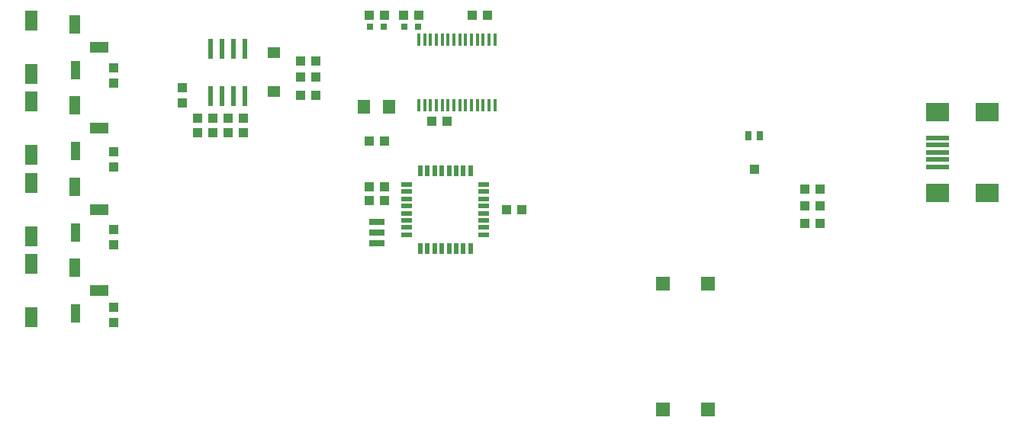
<source format=gbr>
G04 EAGLE Gerber RS-274X export*
G75*
%MOMM*%
%FSLAX34Y34*%
%LPD*%
%INSolderpaste Top*%
%IPPOS*%
%AMOC8*
5,1,8,0,0,1.08239X$1,22.5*%
G01*
%ADD10R,2.500000X0.500000*%
%ADD11R,2.500000X2.000000*%
%ADD12R,1.100000X1.000000*%
%ADD13R,1.400000X1.600000*%
%ADD14R,0.348000X1.397000*%
%ADD15R,0.800000X0.800000*%
%ADD16R,1.270000X0.558800*%
%ADD17R,0.558800X1.270000*%
%ADD18R,1.700000X0.700000*%
%ADD19R,1.466600X2.300000*%
%ADD20R,1.119000X2.100000*%
%ADD21R,1.144400X2.100000*%
%ADD22R,1.998400X1.169800*%
%ADD23R,0.800000X1.100000*%
%ADD24R,1.000000X1.100000*%
%ADD25R,1.550000X1.600000*%
%ADD26R,0.609600X2.209800*%
%ADD27R,1.470000X1.270000*%


D10*
X1029100Y304800D03*
X1029100Y296800D03*
X1029100Y320800D03*
X1029100Y312800D03*
D11*
X1084100Y349800D03*
X1084100Y259800D03*
X1029100Y349800D03*
X1029100Y259800D03*
D10*
X1029100Y288800D03*
D12*
X414900Y317500D03*
X397900Y317500D03*
D13*
X392400Y355600D03*
X420400Y355600D03*
D12*
X529200Y457200D03*
X512200Y457200D03*
D14*
X453050Y430260D03*
X459550Y430260D03*
X466050Y430260D03*
X472550Y430260D03*
X479050Y430260D03*
X485550Y430260D03*
X492050Y430260D03*
X505050Y430260D03*
X498550Y430260D03*
X511550Y430260D03*
X518050Y430260D03*
X524550Y430260D03*
X531050Y430260D03*
X537550Y430260D03*
X453050Y357140D03*
X459550Y357140D03*
X466050Y357140D03*
X472550Y357140D03*
X479050Y357140D03*
X485550Y357140D03*
X492050Y357140D03*
X498550Y357140D03*
X505050Y357140D03*
X511550Y357140D03*
X518050Y357140D03*
X524550Y357140D03*
X531050Y357140D03*
X537550Y357140D03*
D12*
X397900Y457200D03*
X414900Y457200D03*
X436000Y457200D03*
X453000Y457200D03*
D15*
X413900Y444500D03*
X398900Y444500D03*
X452000Y444500D03*
X437000Y444500D03*
D16*
X439674Y269300D03*
X439674Y261300D03*
X439674Y253300D03*
X439674Y245300D03*
X439674Y237300D03*
X439674Y229300D03*
X439674Y221300D03*
X439674Y213300D03*
D17*
X454600Y198374D03*
X462600Y198374D03*
X470600Y198374D03*
X478600Y198374D03*
X486600Y198374D03*
X494600Y198374D03*
X502600Y198374D03*
X510600Y198374D03*
D16*
X525526Y213300D03*
X525526Y221300D03*
X525526Y229300D03*
X525526Y237300D03*
X525526Y245300D03*
X525526Y253300D03*
X525526Y261300D03*
X525526Y269300D03*
D17*
X510600Y284226D03*
X502600Y284226D03*
X494600Y284226D03*
X486600Y284226D03*
X478600Y284226D03*
X470600Y284226D03*
X462600Y284226D03*
X454600Y284226D03*
D12*
X414900Y251460D03*
X397900Y251460D03*
X414900Y266700D03*
X397900Y266700D03*
X550300Y241300D03*
X567300Y241300D03*
D18*
X406400Y227900D03*
X406400Y215900D03*
X406400Y203900D03*
D12*
X467750Y339090D03*
X484750Y339090D03*
D19*
X22700Y451156D03*
X22860Y392124D03*
D20*
X72192Y396240D03*
D21*
X71684Y447040D03*
D22*
X98200Y421640D03*
D19*
X22700Y360986D03*
X22860Y301954D03*
D20*
X72192Y306070D03*
D21*
X71684Y356870D03*
D22*
X98200Y331470D03*
D19*
X22700Y270816D03*
X22860Y211784D03*
D20*
X72192Y215900D03*
D21*
X71684Y266700D03*
D22*
X98200Y241300D03*
D19*
X22700Y180646D03*
X22860Y121614D03*
D20*
X72192Y125730D03*
D21*
X71684Y176530D03*
D22*
X98200Y151130D03*
D23*
X832000Y323500D03*
X819000Y323500D03*
D24*
X825600Y286200D03*
D12*
X881770Y264160D03*
X898770Y264160D03*
D25*
X724300Y19150D03*
X774300Y19150D03*
X774300Y158650D03*
X724300Y158650D03*
D26*
X260350Y419862D03*
X247650Y419862D03*
X234950Y419862D03*
X222250Y419862D03*
X222250Y367538D03*
X234950Y367538D03*
X247650Y367538D03*
X260350Y367538D03*
D12*
X207400Y326390D03*
X224400Y326390D03*
X207400Y342900D03*
X224400Y342900D03*
D24*
X190500Y376800D03*
X190500Y359800D03*
D12*
X258690Y326390D03*
X241690Y326390D03*
X258690Y342900D03*
X241690Y342900D03*
D27*
X292100Y415200D03*
X292100Y372200D03*
D12*
X338700Y368300D03*
X321700Y368300D03*
X338700Y388620D03*
X321700Y388620D03*
X321700Y406400D03*
X338700Y406400D03*
D24*
X114300Y398390D03*
X114300Y381390D03*
X114300Y305680D03*
X114300Y288680D03*
X114300Y219320D03*
X114300Y202320D03*
X114300Y132960D03*
X114300Y115960D03*
D12*
X898770Y245110D03*
X881770Y245110D03*
X898770Y226060D03*
X881770Y226060D03*
M02*

</source>
